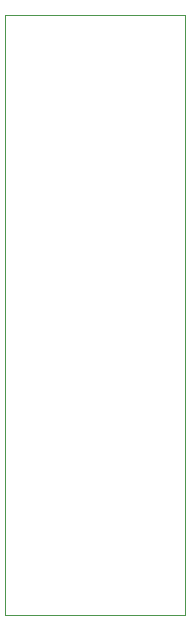
<source format=gbr>
%TF.GenerationSoftware,KiCad,Pcbnew,8.0.0*%
%TF.CreationDate,2024-03-15T22:38:55+11:00*%
%TF.ProjectId,PCAL6534EV-breakout,5043414c-3635-4333-9445-562d62726561,rev?*%
%TF.SameCoordinates,Original*%
%TF.FileFunction,Profile,NP*%
%FSLAX46Y46*%
G04 Gerber Fmt 4.6, Leading zero omitted, Abs format (unit mm)*
G04 Created by KiCad (PCBNEW 8.0.0) date 2024-03-15 22:38:55*
%MOMM*%
%LPD*%
G01*
G04 APERTURE LIST*
%TA.AperFunction,Profile*%
%ADD10C,0.050000*%
%TD*%
G04 APERTURE END LIST*
D10*
X147380000Y-85080000D02*
X162620000Y-85080000D01*
X162620000Y-135880000D01*
X147380000Y-135880000D01*
X147380000Y-85080000D01*
M02*

</source>
